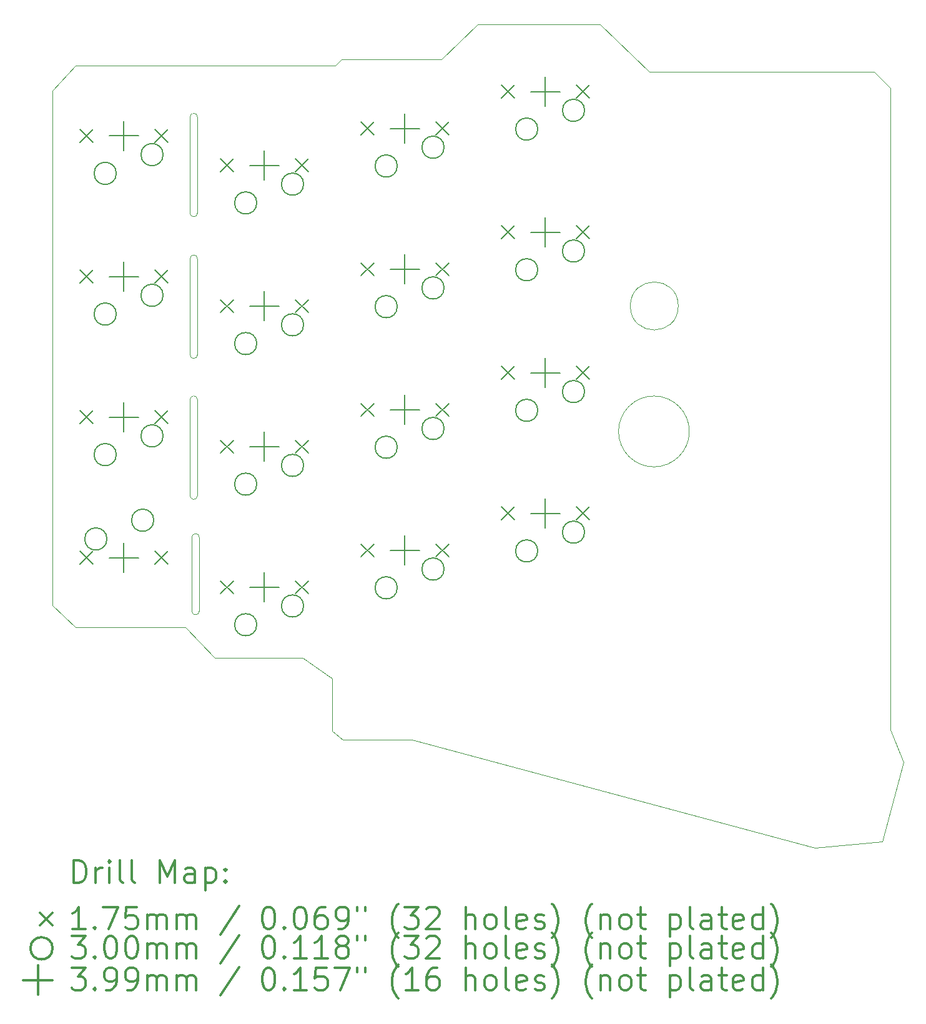
<source format=gbr>
%FSLAX45Y45*%
G04 Gerber Fmt 4.5, Leading zero omitted, Abs format (unit mm)*
G04 Created by KiCad (PCBNEW (5.1.4)-1) date 2023-02-11 17:21:32*
%MOMM*%
%LPD*%
G04 APERTURE LIST*
%ADD10C,0.050000*%
%ADD11C,0.200000*%
%ADD12C,0.300000*%
G04 APERTURE END LIST*
D10*
X3385000Y-54164000D02*
X3385000Y-55466000D01*
X3285000Y-54164000D02*
G75*
G02X3385000Y-54164000I50000J0D01*
G01*
X3285000Y-54164000D02*
X3285000Y-55466000D01*
X3385000Y-51636000D02*
G75*
G02X3285000Y-51636000I-50000J0D01*
G01*
X3285000Y-50334000D02*
X3285000Y-51636000D01*
X3285000Y-52254000D02*
X3285000Y-53556000D01*
X3385000Y-52254000D02*
X3385000Y-53556000D01*
X3285000Y-50334000D02*
G75*
G02X3385000Y-50334000I50000J0D01*
G01*
X3385000Y-53556000D02*
G75*
G02X3285000Y-53556000I-50000J0D01*
G01*
X3285000Y-52254000D02*
G75*
G02X3385000Y-52254000I50000J0D01*
G01*
X3385000Y-55466000D02*
G75*
G02X3285000Y-55466000I-50000J0D01*
G01*
X3385000Y-50334000D02*
X3385000Y-51636000D01*
X3410000Y-57030000D02*
G75*
G02X3310000Y-57030000I-50000J0D01*
G01*
X3310000Y-56030000D02*
G75*
G02X3410000Y-56030000I50000J0D01*
G01*
X3410000Y-56030000D02*
X3410000Y-57030000D01*
X3310000Y-56030000D02*
X3310000Y-57030000D01*
X1423279Y-56951295D02*
X1423279Y-49976295D01*
X12781480Y-49941016D02*
X12783421Y-58633812D01*
X5213279Y-57941295D02*
X4813279Y-57666295D01*
X1913279Y-57251295D02*
X1733279Y-57251295D01*
X1733279Y-49636295D02*
X1913279Y-49636295D01*
X10055000Y-54595000D02*
G75*
G03X10055000Y-54595000I-480000J0D01*
G01*
X9905000Y-52895000D02*
G75*
G03X9905000Y-52895000I-325000J0D01*
G01*
X5213279Y-57941295D02*
X5213279Y-58651295D01*
X6273279Y-58771295D02*
X6293279Y-58771295D01*
X12675419Y-60155040D02*
X11753279Y-60241295D01*
X12675419Y-60155040D02*
X12963232Y-59078860D01*
X3618279Y-57666295D02*
X3223279Y-57251295D01*
X12783421Y-58633812D02*
X12963232Y-59078860D01*
X6693279Y-49551295D02*
X7188279Y-49076295D01*
X5338279Y-49551295D02*
X5253279Y-49636295D01*
X12781480Y-49941016D02*
X12563279Y-49726295D01*
X8843279Y-49076295D02*
X7188279Y-49076295D01*
X3203279Y-57251295D02*
X3223279Y-57251295D01*
X9513279Y-49726295D02*
X12563279Y-49726295D01*
X1423279Y-56951295D02*
X1733279Y-57251295D01*
X8843279Y-49076295D02*
X9513279Y-49726295D01*
X6693279Y-49551295D02*
X5338279Y-49551295D01*
X3203279Y-57251295D02*
X1913279Y-57251295D01*
X3618279Y-57666295D02*
X4813279Y-57666295D01*
X5213279Y-58651295D02*
X5353279Y-58771295D01*
X6273279Y-58771295D02*
X5353279Y-58771295D01*
X1733279Y-49636295D02*
X1423279Y-49976295D01*
X11753279Y-60241295D02*
X6293279Y-58771295D01*
X1913279Y-49636295D02*
X5253279Y-49636295D01*
D11*
X8523779Y-51808795D02*
X8698779Y-51983795D01*
X8698779Y-51808795D02*
X8523779Y-51983795D01*
X6618779Y-54213795D02*
X6793779Y-54388795D01*
X6793779Y-54213795D02*
X6618779Y-54388795D01*
X5602779Y-50402500D02*
X5777779Y-50577500D01*
X5777779Y-50402500D02*
X5602779Y-50577500D01*
X6618779Y-50402500D02*
X6793779Y-50577500D01*
X6793779Y-50402500D02*
X6618779Y-50577500D01*
X7507779Y-49902500D02*
X7682779Y-50077500D01*
X7682779Y-49902500D02*
X7507779Y-50077500D01*
X8523779Y-49902500D02*
X8698779Y-50077500D01*
X8698779Y-49902500D02*
X8523779Y-50077500D01*
X5602779Y-52308795D02*
X5777779Y-52483795D01*
X5777779Y-52308795D02*
X5602779Y-52483795D01*
X6618779Y-52308795D02*
X6793779Y-52483795D01*
X6793779Y-52308795D02*
X6618779Y-52483795D01*
X3697779Y-54713795D02*
X3872779Y-54888795D01*
X3872779Y-54713795D02*
X3697779Y-54888795D01*
X4713779Y-54713795D02*
X4888779Y-54888795D01*
X4888779Y-54713795D02*
X4713779Y-54888795D01*
X1792779Y-54313795D02*
X1967779Y-54488795D01*
X1967779Y-54313795D02*
X1792779Y-54488795D01*
X2808779Y-54313795D02*
X2983779Y-54488795D01*
X2983779Y-54313795D02*
X2808779Y-54488795D01*
X3697779Y-52808795D02*
X3872779Y-52983795D01*
X3872779Y-52808795D02*
X3697779Y-52983795D01*
X4713779Y-52808795D02*
X4888779Y-52983795D01*
X4888779Y-52808795D02*
X4713779Y-52983795D01*
X5602779Y-56118795D02*
X5777779Y-56293795D01*
X5777779Y-56118795D02*
X5602779Y-56293795D01*
X6618779Y-56118795D02*
X6793779Y-56293795D01*
X6793779Y-56118795D02*
X6618779Y-56293795D01*
X1792779Y-50502500D02*
X1967779Y-50677500D01*
X1967779Y-50502500D02*
X1792779Y-50677500D01*
X2808779Y-50502500D02*
X2983779Y-50677500D01*
X2983779Y-50502500D02*
X2808779Y-50677500D01*
X1792779Y-56218795D02*
X1967779Y-56393795D01*
X1967779Y-56218795D02*
X1792779Y-56393795D01*
X2808779Y-56218795D02*
X2983779Y-56393795D01*
X2983779Y-56218795D02*
X2808779Y-56393795D01*
X7507779Y-53713795D02*
X7682779Y-53888795D01*
X7682779Y-53713795D02*
X7507779Y-53888795D01*
X8523779Y-53713795D02*
X8698779Y-53888795D01*
X8698779Y-53713795D02*
X8523779Y-53888795D01*
X3697779Y-56618795D02*
X3872779Y-56793795D01*
X3872779Y-56618795D02*
X3697779Y-56793795D01*
X4713779Y-56618795D02*
X4888779Y-56793795D01*
X4888779Y-56618795D02*
X4713779Y-56793795D01*
X3697779Y-50902500D02*
X3872779Y-51077500D01*
X3872779Y-50902500D02*
X3697779Y-51077500D01*
X4713779Y-50902500D02*
X4888779Y-51077500D01*
X4888779Y-50902500D02*
X4713779Y-51077500D01*
X7507779Y-51808795D02*
X7682779Y-51983795D01*
X7682779Y-51808795D02*
X7507779Y-51983795D01*
X5602779Y-54213795D02*
X5777779Y-54388795D01*
X5777779Y-54213795D02*
X5602779Y-54388795D01*
X1792779Y-52408795D02*
X1967779Y-52583795D01*
X1967779Y-52408795D02*
X1792779Y-52583795D01*
X2808779Y-52408795D02*
X2983779Y-52583795D01*
X2983779Y-52408795D02*
X2808779Y-52583795D01*
X7507779Y-55618795D02*
X7682779Y-55793795D01*
X7682779Y-55618795D02*
X7507779Y-55793795D01*
X8523779Y-55618795D02*
X8698779Y-55793795D01*
X8698779Y-55618795D02*
X8523779Y-55793795D01*
X4189279Y-53404295D02*
G75*
G03X4189279Y-53404295I-150000J0D01*
G01*
X4824279Y-53150295D02*
G75*
G03X4824279Y-53150295I-150000J0D01*
G01*
X6094279Y-56714295D02*
G75*
G03X6094279Y-56714295I-150000J0D01*
G01*
X6729279Y-56460295D02*
G75*
G03X6729279Y-56460295I-150000J0D01*
G01*
X2284279Y-51098000D02*
G75*
G03X2284279Y-51098000I-150000J0D01*
G01*
X2919279Y-50844000D02*
G75*
G03X2919279Y-50844000I-150000J0D01*
G01*
X2157279Y-56052295D02*
G75*
G03X2157279Y-56052295I-150000J0D01*
G01*
X2792279Y-55798295D02*
G75*
G03X2792279Y-55798295I-150000J0D01*
G01*
X7999279Y-54309295D02*
G75*
G03X7999279Y-54309295I-150000J0D01*
G01*
X8634279Y-54055295D02*
G75*
G03X8634279Y-54055295I-150000J0D01*
G01*
X4189279Y-57214295D02*
G75*
G03X4189279Y-57214295I-150000J0D01*
G01*
X4824279Y-56960295D02*
G75*
G03X4824279Y-56960295I-150000J0D01*
G01*
X4189279Y-51498000D02*
G75*
G03X4189279Y-51498000I-150000J0D01*
G01*
X4824279Y-51244000D02*
G75*
G03X4824279Y-51244000I-150000J0D01*
G01*
X7999279Y-52404295D02*
G75*
G03X7999279Y-52404295I-150000J0D01*
G01*
X8634279Y-52150295D02*
G75*
G03X8634279Y-52150295I-150000J0D01*
G01*
X6094279Y-54809295D02*
G75*
G03X6094279Y-54809295I-150000J0D01*
G01*
X6729279Y-54555295D02*
G75*
G03X6729279Y-54555295I-150000J0D01*
G01*
X2284279Y-53004295D02*
G75*
G03X2284279Y-53004295I-150000J0D01*
G01*
X2919279Y-52750295D02*
G75*
G03X2919279Y-52750295I-150000J0D01*
G01*
X7999279Y-56214295D02*
G75*
G03X7999279Y-56214295I-150000J0D01*
G01*
X8634279Y-55960295D02*
G75*
G03X8634279Y-55960295I-150000J0D01*
G01*
X6094279Y-50998000D02*
G75*
G03X6094279Y-50998000I-150000J0D01*
G01*
X6729279Y-50744000D02*
G75*
G03X6729279Y-50744000I-150000J0D01*
G01*
X7999279Y-50498000D02*
G75*
G03X7999279Y-50498000I-150000J0D01*
G01*
X8634279Y-50244000D02*
G75*
G03X8634279Y-50244000I-150000J0D01*
G01*
X6094279Y-52904295D02*
G75*
G03X6094279Y-52904295I-150000J0D01*
G01*
X6729279Y-52650295D02*
G75*
G03X6729279Y-52650295I-150000J0D01*
G01*
X4189279Y-55309295D02*
G75*
G03X4189279Y-55309295I-150000J0D01*
G01*
X4824279Y-55055295D02*
G75*
G03X4824279Y-55055295I-150000J0D01*
G01*
X2284279Y-54909295D02*
G75*
G03X2284279Y-54909295I-150000J0D01*
G01*
X2919279Y-54655295D02*
G75*
G03X2919279Y-54655295I-150000J0D01*
G01*
X6198279Y-50290610D02*
X6198279Y-50689390D01*
X5998889Y-50490000D02*
X6397669Y-50490000D01*
X8103279Y-49790610D02*
X8103279Y-50189390D01*
X7903889Y-49990000D02*
X8302669Y-49990000D01*
X6198279Y-52196905D02*
X6198279Y-52595685D01*
X5998889Y-52396295D02*
X6397669Y-52396295D01*
X4293279Y-54601905D02*
X4293279Y-55000685D01*
X4093889Y-54801295D02*
X4492669Y-54801295D01*
X2388279Y-54201905D02*
X2388279Y-54600685D01*
X2188889Y-54401295D02*
X2587669Y-54401295D01*
X4293279Y-52696905D02*
X4293279Y-53095685D01*
X4093889Y-52896295D02*
X4492669Y-52896295D01*
X6198279Y-56006905D02*
X6198279Y-56405685D01*
X5998889Y-56206295D02*
X6397669Y-56206295D01*
X2388279Y-50390610D02*
X2388279Y-50789390D01*
X2188889Y-50590000D02*
X2587669Y-50590000D01*
X2388279Y-56106905D02*
X2388279Y-56505685D01*
X2188889Y-56306295D02*
X2587669Y-56306295D01*
X8103279Y-53601905D02*
X8103279Y-54000685D01*
X7903889Y-53801295D02*
X8302669Y-53801295D01*
X4293279Y-56506905D02*
X4293279Y-56905685D01*
X4093889Y-56706295D02*
X4492669Y-56706295D01*
X4293279Y-50790610D02*
X4293279Y-51189390D01*
X4093889Y-50990000D02*
X4492669Y-50990000D01*
X8103279Y-51696905D02*
X8103279Y-52095685D01*
X7903889Y-51896295D02*
X8302669Y-51896295D01*
X6198279Y-54101905D02*
X6198279Y-54500685D01*
X5998889Y-54301295D02*
X6397669Y-54301295D01*
X2388279Y-52296905D02*
X2388279Y-52695685D01*
X2188889Y-52496295D02*
X2587669Y-52496295D01*
X8103279Y-55506905D02*
X8103279Y-55905685D01*
X7903889Y-55706295D02*
X8302669Y-55706295D01*
D12*
X1707207Y-60709509D02*
X1707207Y-60409509D01*
X1778636Y-60409509D01*
X1821493Y-60423795D01*
X1850064Y-60452367D01*
X1864350Y-60480938D01*
X1878636Y-60538081D01*
X1878636Y-60580938D01*
X1864350Y-60638081D01*
X1850064Y-60666652D01*
X1821493Y-60695224D01*
X1778636Y-60709509D01*
X1707207Y-60709509D01*
X2007207Y-60709509D02*
X2007207Y-60509509D01*
X2007207Y-60566652D02*
X2021493Y-60538081D01*
X2035779Y-60523795D01*
X2064350Y-60509509D01*
X2092922Y-60509509D01*
X2192922Y-60709509D02*
X2192922Y-60509509D01*
X2192922Y-60409509D02*
X2178636Y-60423795D01*
X2192922Y-60438081D01*
X2207207Y-60423795D01*
X2192922Y-60409509D01*
X2192922Y-60438081D01*
X2378636Y-60709509D02*
X2350065Y-60695224D01*
X2335779Y-60666652D01*
X2335779Y-60409509D01*
X2535779Y-60709509D02*
X2507207Y-60695224D01*
X2492922Y-60666652D01*
X2492922Y-60409509D01*
X2878636Y-60709509D02*
X2878636Y-60409509D01*
X2978636Y-60623795D01*
X3078636Y-60409509D01*
X3078636Y-60709509D01*
X3350064Y-60709509D02*
X3350064Y-60552367D01*
X3335779Y-60523795D01*
X3307207Y-60509509D01*
X3250064Y-60509509D01*
X3221493Y-60523795D01*
X3350064Y-60695224D02*
X3321493Y-60709509D01*
X3250064Y-60709509D01*
X3221493Y-60695224D01*
X3207207Y-60666652D01*
X3207207Y-60638081D01*
X3221493Y-60609509D01*
X3250064Y-60595224D01*
X3321493Y-60595224D01*
X3350064Y-60580938D01*
X3492922Y-60509509D02*
X3492922Y-60809509D01*
X3492922Y-60523795D02*
X3521493Y-60509509D01*
X3578636Y-60509509D01*
X3607207Y-60523795D01*
X3621493Y-60538081D01*
X3635779Y-60566652D01*
X3635779Y-60652367D01*
X3621493Y-60680938D01*
X3607207Y-60695224D01*
X3578636Y-60709509D01*
X3521493Y-60709509D01*
X3492922Y-60695224D01*
X3764350Y-60680938D02*
X3778636Y-60695224D01*
X3764350Y-60709509D01*
X3750064Y-60695224D01*
X3764350Y-60680938D01*
X3764350Y-60709509D01*
X3764350Y-60523795D02*
X3778636Y-60538081D01*
X3764350Y-60552367D01*
X3750064Y-60538081D01*
X3764350Y-60523795D01*
X3764350Y-60552367D01*
X1245779Y-61116295D02*
X1420779Y-61291295D01*
X1420779Y-61116295D02*
X1245779Y-61291295D01*
X1864350Y-61339509D02*
X1692922Y-61339509D01*
X1778636Y-61339509D02*
X1778636Y-61039509D01*
X1750064Y-61082367D01*
X1721493Y-61110938D01*
X1692922Y-61125224D01*
X1992922Y-61310938D02*
X2007207Y-61325224D01*
X1992922Y-61339509D01*
X1978636Y-61325224D01*
X1992922Y-61310938D01*
X1992922Y-61339509D01*
X2107207Y-61039509D02*
X2307207Y-61039509D01*
X2178636Y-61339509D01*
X2564350Y-61039509D02*
X2421493Y-61039509D01*
X2407207Y-61182367D01*
X2421493Y-61168081D01*
X2450065Y-61153795D01*
X2521493Y-61153795D01*
X2550065Y-61168081D01*
X2564350Y-61182367D01*
X2578636Y-61210938D01*
X2578636Y-61282367D01*
X2564350Y-61310938D01*
X2550065Y-61325224D01*
X2521493Y-61339509D01*
X2450065Y-61339509D01*
X2421493Y-61325224D01*
X2407207Y-61310938D01*
X2707207Y-61339509D02*
X2707207Y-61139509D01*
X2707207Y-61168081D02*
X2721493Y-61153795D01*
X2750065Y-61139509D01*
X2792922Y-61139509D01*
X2821493Y-61153795D01*
X2835779Y-61182367D01*
X2835779Y-61339509D01*
X2835779Y-61182367D02*
X2850064Y-61153795D01*
X2878636Y-61139509D01*
X2921493Y-61139509D01*
X2950064Y-61153795D01*
X2964350Y-61182367D01*
X2964350Y-61339509D01*
X3107207Y-61339509D02*
X3107207Y-61139509D01*
X3107207Y-61168081D02*
X3121493Y-61153795D01*
X3150064Y-61139509D01*
X3192922Y-61139509D01*
X3221493Y-61153795D01*
X3235779Y-61182367D01*
X3235779Y-61339509D01*
X3235779Y-61182367D02*
X3250064Y-61153795D01*
X3278636Y-61139509D01*
X3321493Y-61139509D01*
X3350064Y-61153795D01*
X3364350Y-61182367D01*
X3364350Y-61339509D01*
X3950064Y-61025224D02*
X3692922Y-61410938D01*
X4335779Y-61039509D02*
X4364350Y-61039509D01*
X4392922Y-61053795D01*
X4407207Y-61068081D01*
X4421493Y-61096652D01*
X4435779Y-61153795D01*
X4435779Y-61225224D01*
X4421493Y-61282367D01*
X4407207Y-61310938D01*
X4392922Y-61325224D01*
X4364350Y-61339509D01*
X4335779Y-61339509D01*
X4307207Y-61325224D01*
X4292922Y-61310938D01*
X4278636Y-61282367D01*
X4264350Y-61225224D01*
X4264350Y-61153795D01*
X4278636Y-61096652D01*
X4292922Y-61068081D01*
X4307207Y-61053795D01*
X4335779Y-61039509D01*
X4564350Y-61310938D02*
X4578636Y-61325224D01*
X4564350Y-61339509D01*
X4550065Y-61325224D01*
X4564350Y-61310938D01*
X4564350Y-61339509D01*
X4764350Y-61039509D02*
X4792922Y-61039509D01*
X4821493Y-61053795D01*
X4835779Y-61068081D01*
X4850065Y-61096652D01*
X4864350Y-61153795D01*
X4864350Y-61225224D01*
X4850065Y-61282367D01*
X4835779Y-61310938D01*
X4821493Y-61325224D01*
X4792922Y-61339509D01*
X4764350Y-61339509D01*
X4735779Y-61325224D01*
X4721493Y-61310938D01*
X4707207Y-61282367D01*
X4692922Y-61225224D01*
X4692922Y-61153795D01*
X4707207Y-61096652D01*
X4721493Y-61068081D01*
X4735779Y-61053795D01*
X4764350Y-61039509D01*
X5121493Y-61039509D02*
X5064350Y-61039509D01*
X5035779Y-61053795D01*
X5021493Y-61068081D01*
X4992922Y-61110938D01*
X4978636Y-61168081D01*
X4978636Y-61282367D01*
X4992922Y-61310938D01*
X5007207Y-61325224D01*
X5035779Y-61339509D01*
X5092922Y-61339509D01*
X5121493Y-61325224D01*
X5135779Y-61310938D01*
X5150065Y-61282367D01*
X5150065Y-61210938D01*
X5135779Y-61182367D01*
X5121493Y-61168081D01*
X5092922Y-61153795D01*
X5035779Y-61153795D01*
X5007207Y-61168081D01*
X4992922Y-61182367D01*
X4978636Y-61210938D01*
X5292922Y-61339509D02*
X5350065Y-61339509D01*
X5378636Y-61325224D01*
X5392922Y-61310938D01*
X5421493Y-61268081D01*
X5435779Y-61210938D01*
X5435779Y-61096652D01*
X5421493Y-61068081D01*
X5407207Y-61053795D01*
X5378636Y-61039509D01*
X5321493Y-61039509D01*
X5292922Y-61053795D01*
X5278636Y-61068081D01*
X5264350Y-61096652D01*
X5264350Y-61168081D01*
X5278636Y-61196652D01*
X5292922Y-61210938D01*
X5321493Y-61225224D01*
X5378636Y-61225224D01*
X5407207Y-61210938D01*
X5421493Y-61196652D01*
X5435779Y-61168081D01*
X5550065Y-61039509D02*
X5550065Y-61096652D01*
X5664350Y-61039509D02*
X5664350Y-61096652D01*
X6107207Y-61453795D02*
X6092922Y-61439509D01*
X6064350Y-61396652D01*
X6050064Y-61368081D01*
X6035779Y-61325224D01*
X6021493Y-61253795D01*
X6021493Y-61196652D01*
X6035779Y-61125224D01*
X6050064Y-61082367D01*
X6064350Y-61053795D01*
X6092922Y-61010938D01*
X6107207Y-60996652D01*
X6192922Y-61039509D02*
X6378636Y-61039509D01*
X6278636Y-61153795D01*
X6321493Y-61153795D01*
X6350064Y-61168081D01*
X6364350Y-61182367D01*
X6378636Y-61210938D01*
X6378636Y-61282367D01*
X6364350Y-61310938D01*
X6350064Y-61325224D01*
X6321493Y-61339509D01*
X6235779Y-61339509D01*
X6207207Y-61325224D01*
X6192922Y-61310938D01*
X6492922Y-61068081D02*
X6507207Y-61053795D01*
X6535779Y-61039509D01*
X6607207Y-61039509D01*
X6635779Y-61053795D01*
X6650064Y-61068081D01*
X6664350Y-61096652D01*
X6664350Y-61125224D01*
X6650064Y-61168081D01*
X6478636Y-61339509D01*
X6664350Y-61339509D01*
X7021493Y-61339509D02*
X7021493Y-61039509D01*
X7150064Y-61339509D02*
X7150064Y-61182367D01*
X7135779Y-61153795D01*
X7107207Y-61139509D01*
X7064350Y-61139509D01*
X7035779Y-61153795D01*
X7021493Y-61168081D01*
X7335779Y-61339509D02*
X7307207Y-61325224D01*
X7292922Y-61310938D01*
X7278636Y-61282367D01*
X7278636Y-61196652D01*
X7292922Y-61168081D01*
X7307207Y-61153795D01*
X7335779Y-61139509D01*
X7378636Y-61139509D01*
X7407207Y-61153795D01*
X7421493Y-61168081D01*
X7435779Y-61196652D01*
X7435779Y-61282367D01*
X7421493Y-61310938D01*
X7407207Y-61325224D01*
X7378636Y-61339509D01*
X7335779Y-61339509D01*
X7607207Y-61339509D02*
X7578636Y-61325224D01*
X7564350Y-61296652D01*
X7564350Y-61039509D01*
X7835779Y-61325224D02*
X7807207Y-61339509D01*
X7750064Y-61339509D01*
X7721493Y-61325224D01*
X7707207Y-61296652D01*
X7707207Y-61182367D01*
X7721493Y-61153795D01*
X7750064Y-61139509D01*
X7807207Y-61139509D01*
X7835779Y-61153795D01*
X7850064Y-61182367D01*
X7850064Y-61210938D01*
X7707207Y-61239509D01*
X7964350Y-61325224D02*
X7992922Y-61339509D01*
X8050064Y-61339509D01*
X8078636Y-61325224D01*
X8092922Y-61296652D01*
X8092922Y-61282367D01*
X8078636Y-61253795D01*
X8050064Y-61239509D01*
X8007207Y-61239509D01*
X7978636Y-61225224D01*
X7964350Y-61196652D01*
X7964350Y-61182367D01*
X7978636Y-61153795D01*
X8007207Y-61139509D01*
X8050064Y-61139509D01*
X8078636Y-61153795D01*
X8192922Y-61453795D02*
X8207207Y-61439509D01*
X8235779Y-61396652D01*
X8250064Y-61368081D01*
X8264350Y-61325224D01*
X8278636Y-61253795D01*
X8278636Y-61196652D01*
X8264350Y-61125224D01*
X8250064Y-61082367D01*
X8235779Y-61053795D01*
X8207207Y-61010938D01*
X8192922Y-60996652D01*
X8735779Y-61453795D02*
X8721493Y-61439509D01*
X8692922Y-61396652D01*
X8678636Y-61368081D01*
X8664350Y-61325224D01*
X8650065Y-61253795D01*
X8650065Y-61196652D01*
X8664350Y-61125224D01*
X8678636Y-61082367D01*
X8692922Y-61053795D01*
X8721493Y-61010938D01*
X8735779Y-60996652D01*
X8850065Y-61139509D02*
X8850065Y-61339509D01*
X8850065Y-61168081D02*
X8864350Y-61153795D01*
X8892922Y-61139509D01*
X8935779Y-61139509D01*
X8964350Y-61153795D01*
X8978636Y-61182367D01*
X8978636Y-61339509D01*
X9164350Y-61339509D02*
X9135779Y-61325224D01*
X9121493Y-61310938D01*
X9107207Y-61282367D01*
X9107207Y-61196652D01*
X9121493Y-61168081D01*
X9135779Y-61153795D01*
X9164350Y-61139509D01*
X9207207Y-61139509D01*
X9235779Y-61153795D01*
X9250065Y-61168081D01*
X9264350Y-61196652D01*
X9264350Y-61282367D01*
X9250065Y-61310938D01*
X9235779Y-61325224D01*
X9207207Y-61339509D01*
X9164350Y-61339509D01*
X9350065Y-61139509D02*
X9464350Y-61139509D01*
X9392922Y-61039509D02*
X9392922Y-61296652D01*
X9407207Y-61325224D01*
X9435779Y-61339509D01*
X9464350Y-61339509D01*
X9792922Y-61139509D02*
X9792922Y-61439509D01*
X9792922Y-61153795D02*
X9821493Y-61139509D01*
X9878636Y-61139509D01*
X9907207Y-61153795D01*
X9921493Y-61168081D01*
X9935779Y-61196652D01*
X9935779Y-61282367D01*
X9921493Y-61310938D01*
X9907207Y-61325224D01*
X9878636Y-61339509D01*
X9821493Y-61339509D01*
X9792922Y-61325224D01*
X10107207Y-61339509D02*
X10078636Y-61325224D01*
X10064350Y-61296652D01*
X10064350Y-61039509D01*
X10350065Y-61339509D02*
X10350065Y-61182367D01*
X10335779Y-61153795D01*
X10307207Y-61139509D01*
X10250065Y-61139509D01*
X10221493Y-61153795D01*
X10350065Y-61325224D02*
X10321493Y-61339509D01*
X10250065Y-61339509D01*
X10221493Y-61325224D01*
X10207207Y-61296652D01*
X10207207Y-61268081D01*
X10221493Y-61239509D01*
X10250065Y-61225224D01*
X10321493Y-61225224D01*
X10350065Y-61210938D01*
X10450065Y-61139509D02*
X10564350Y-61139509D01*
X10492922Y-61039509D02*
X10492922Y-61296652D01*
X10507207Y-61325224D01*
X10535779Y-61339509D01*
X10564350Y-61339509D01*
X10778636Y-61325224D02*
X10750065Y-61339509D01*
X10692922Y-61339509D01*
X10664350Y-61325224D01*
X10650065Y-61296652D01*
X10650065Y-61182367D01*
X10664350Y-61153795D01*
X10692922Y-61139509D01*
X10750065Y-61139509D01*
X10778636Y-61153795D01*
X10792922Y-61182367D01*
X10792922Y-61210938D01*
X10650065Y-61239509D01*
X11050065Y-61339509D02*
X11050065Y-61039509D01*
X11050065Y-61325224D02*
X11021493Y-61339509D01*
X10964350Y-61339509D01*
X10935779Y-61325224D01*
X10921493Y-61310938D01*
X10907207Y-61282367D01*
X10907207Y-61196652D01*
X10921493Y-61168081D01*
X10935779Y-61153795D01*
X10964350Y-61139509D01*
X11021493Y-61139509D01*
X11050065Y-61153795D01*
X11164350Y-61453795D02*
X11178636Y-61439509D01*
X11207207Y-61396652D01*
X11221493Y-61368081D01*
X11235779Y-61325224D01*
X11250064Y-61253795D01*
X11250064Y-61196652D01*
X11235779Y-61125224D01*
X11221493Y-61082367D01*
X11207207Y-61053795D01*
X11178636Y-61010938D01*
X11164350Y-60996652D01*
X1420779Y-61599795D02*
G75*
G03X1420779Y-61599795I-150000J0D01*
G01*
X1678636Y-61435509D02*
X1864350Y-61435509D01*
X1764350Y-61549795D01*
X1807207Y-61549795D01*
X1835779Y-61564081D01*
X1850064Y-61578367D01*
X1864350Y-61606938D01*
X1864350Y-61678367D01*
X1850064Y-61706938D01*
X1835779Y-61721224D01*
X1807207Y-61735509D01*
X1721493Y-61735509D01*
X1692922Y-61721224D01*
X1678636Y-61706938D01*
X1992922Y-61706938D02*
X2007207Y-61721224D01*
X1992922Y-61735509D01*
X1978636Y-61721224D01*
X1992922Y-61706938D01*
X1992922Y-61735509D01*
X2192922Y-61435509D02*
X2221493Y-61435509D01*
X2250065Y-61449795D01*
X2264350Y-61464081D01*
X2278636Y-61492652D01*
X2292922Y-61549795D01*
X2292922Y-61621224D01*
X2278636Y-61678367D01*
X2264350Y-61706938D01*
X2250065Y-61721224D01*
X2221493Y-61735509D01*
X2192922Y-61735509D01*
X2164350Y-61721224D01*
X2150065Y-61706938D01*
X2135779Y-61678367D01*
X2121493Y-61621224D01*
X2121493Y-61549795D01*
X2135779Y-61492652D01*
X2150065Y-61464081D01*
X2164350Y-61449795D01*
X2192922Y-61435509D01*
X2478636Y-61435509D02*
X2507207Y-61435509D01*
X2535779Y-61449795D01*
X2550065Y-61464081D01*
X2564350Y-61492652D01*
X2578636Y-61549795D01*
X2578636Y-61621224D01*
X2564350Y-61678367D01*
X2550065Y-61706938D01*
X2535779Y-61721224D01*
X2507207Y-61735509D01*
X2478636Y-61735509D01*
X2450065Y-61721224D01*
X2435779Y-61706938D01*
X2421493Y-61678367D01*
X2407207Y-61621224D01*
X2407207Y-61549795D01*
X2421493Y-61492652D01*
X2435779Y-61464081D01*
X2450065Y-61449795D01*
X2478636Y-61435509D01*
X2707207Y-61735509D02*
X2707207Y-61535509D01*
X2707207Y-61564081D02*
X2721493Y-61549795D01*
X2750065Y-61535509D01*
X2792922Y-61535509D01*
X2821493Y-61549795D01*
X2835779Y-61578367D01*
X2835779Y-61735509D01*
X2835779Y-61578367D02*
X2850064Y-61549795D01*
X2878636Y-61535509D01*
X2921493Y-61535509D01*
X2950064Y-61549795D01*
X2964350Y-61578367D01*
X2964350Y-61735509D01*
X3107207Y-61735509D02*
X3107207Y-61535509D01*
X3107207Y-61564081D02*
X3121493Y-61549795D01*
X3150064Y-61535509D01*
X3192922Y-61535509D01*
X3221493Y-61549795D01*
X3235779Y-61578367D01*
X3235779Y-61735509D01*
X3235779Y-61578367D02*
X3250064Y-61549795D01*
X3278636Y-61535509D01*
X3321493Y-61535509D01*
X3350064Y-61549795D01*
X3364350Y-61578367D01*
X3364350Y-61735509D01*
X3950064Y-61421224D02*
X3692922Y-61806938D01*
X4335779Y-61435509D02*
X4364350Y-61435509D01*
X4392922Y-61449795D01*
X4407207Y-61464081D01*
X4421493Y-61492652D01*
X4435779Y-61549795D01*
X4435779Y-61621224D01*
X4421493Y-61678367D01*
X4407207Y-61706938D01*
X4392922Y-61721224D01*
X4364350Y-61735509D01*
X4335779Y-61735509D01*
X4307207Y-61721224D01*
X4292922Y-61706938D01*
X4278636Y-61678367D01*
X4264350Y-61621224D01*
X4264350Y-61549795D01*
X4278636Y-61492652D01*
X4292922Y-61464081D01*
X4307207Y-61449795D01*
X4335779Y-61435509D01*
X4564350Y-61706938D02*
X4578636Y-61721224D01*
X4564350Y-61735509D01*
X4550065Y-61721224D01*
X4564350Y-61706938D01*
X4564350Y-61735509D01*
X4864350Y-61735509D02*
X4692922Y-61735509D01*
X4778636Y-61735509D02*
X4778636Y-61435509D01*
X4750065Y-61478367D01*
X4721493Y-61506938D01*
X4692922Y-61521224D01*
X5150065Y-61735509D02*
X4978636Y-61735509D01*
X5064350Y-61735509D02*
X5064350Y-61435509D01*
X5035779Y-61478367D01*
X5007207Y-61506938D01*
X4978636Y-61521224D01*
X5321493Y-61564081D02*
X5292922Y-61549795D01*
X5278636Y-61535509D01*
X5264350Y-61506938D01*
X5264350Y-61492652D01*
X5278636Y-61464081D01*
X5292922Y-61449795D01*
X5321493Y-61435509D01*
X5378636Y-61435509D01*
X5407207Y-61449795D01*
X5421493Y-61464081D01*
X5435779Y-61492652D01*
X5435779Y-61506938D01*
X5421493Y-61535509D01*
X5407207Y-61549795D01*
X5378636Y-61564081D01*
X5321493Y-61564081D01*
X5292922Y-61578367D01*
X5278636Y-61592652D01*
X5264350Y-61621224D01*
X5264350Y-61678367D01*
X5278636Y-61706938D01*
X5292922Y-61721224D01*
X5321493Y-61735509D01*
X5378636Y-61735509D01*
X5407207Y-61721224D01*
X5421493Y-61706938D01*
X5435779Y-61678367D01*
X5435779Y-61621224D01*
X5421493Y-61592652D01*
X5407207Y-61578367D01*
X5378636Y-61564081D01*
X5550065Y-61435509D02*
X5550065Y-61492652D01*
X5664350Y-61435509D02*
X5664350Y-61492652D01*
X6107207Y-61849795D02*
X6092922Y-61835509D01*
X6064350Y-61792652D01*
X6050064Y-61764081D01*
X6035779Y-61721224D01*
X6021493Y-61649795D01*
X6021493Y-61592652D01*
X6035779Y-61521224D01*
X6050064Y-61478367D01*
X6064350Y-61449795D01*
X6092922Y-61406938D01*
X6107207Y-61392652D01*
X6192922Y-61435509D02*
X6378636Y-61435509D01*
X6278636Y-61549795D01*
X6321493Y-61549795D01*
X6350064Y-61564081D01*
X6364350Y-61578367D01*
X6378636Y-61606938D01*
X6378636Y-61678367D01*
X6364350Y-61706938D01*
X6350064Y-61721224D01*
X6321493Y-61735509D01*
X6235779Y-61735509D01*
X6207207Y-61721224D01*
X6192922Y-61706938D01*
X6492922Y-61464081D02*
X6507207Y-61449795D01*
X6535779Y-61435509D01*
X6607207Y-61435509D01*
X6635779Y-61449795D01*
X6650064Y-61464081D01*
X6664350Y-61492652D01*
X6664350Y-61521224D01*
X6650064Y-61564081D01*
X6478636Y-61735509D01*
X6664350Y-61735509D01*
X7021493Y-61735509D02*
X7021493Y-61435509D01*
X7150064Y-61735509D02*
X7150064Y-61578367D01*
X7135779Y-61549795D01*
X7107207Y-61535509D01*
X7064350Y-61535509D01*
X7035779Y-61549795D01*
X7021493Y-61564081D01*
X7335779Y-61735509D02*
X7307207Y-61721224D01*
X7292922Y-61706938D01*
X7278636Y-61678367D01*
X7278636Y-61592652D01*
X7292922Y-61564081D01*
X7307207Y-61549795D01*
X7335779Y-61535509D01*
X7378636Y-61535509D01*
X7407207Y-61549795D01*
X7421493Y-61564081D01*
X7435779Y-61592652D01*
X7435779Y-61678367D01*
X7421493Y-61706938D01*
X7407207Y-61721224D01*
X7378636Y-61735509D01*
X7335779Y-61735509D01*
X7607207Y-61735509D02*
X7578636Y-61721224D01*
X7564350Y-61692652D01*
X7564350Y-61435509D01*
X7835779Y-61721224D02*
X7807207Y-61735509D01*
X7750064Y-61735509D01*
X7721493Y-61721224D01*
X7707207Y-61692652D01*
X7707207Y-61578367D01*
X7721493Y-61549795D01*
X7750064Y-61535509D01*
X7807207Y-61535509D01*
X7835779Y-61549795D01*
X7850064Y-61578367D01*
X7850064Y-61606938D01*
X7707207Y-61635509D01*
X7964350Y-61721224D02*
X7992922Y-61735509D01*
X8050064Y-61735509D01*
X8078636Y-61721224D01*
X8092922Y-61692652D01*
X8092922Y-61678367D01*
X8078636Y-61649795D01*
X8050064Y-61635509D01*
X8007207Y-61635509D01*
X7978636Y-61621224D01*
X7964350Y-61592652D01*
X7964350Y-61578367D01*
X7978636Y-61549795D01*
X8007207Y-61535509D01*
X8050064Y-61535509D01*
X8078636Y-61549795D01*
X8192922Y-61849795D02*
X8207207Y-61835509D01*
X8235779Y-61792652D01*
X8250064Y-61764081D01*
X8264350Y-61721224D01*
X8278636Y-61649795D01*
X8278636Y-61592652D01*
X8264350Y-61521224D01*
X8250064Y-61478367D01*
X8235779Y-61449795D01*
X8207207Y-61406938D01*
X8192922Y-61392652D01*
X8735779Y-61849795D02*
X8721493Y-61835509D01*
X8692922Y-61792652D01*
X8678636Y-61764081D01*
X8664350Y-61721224D01*
X8650065Y-61649795D01*
X8650065Y-61592652D01*
X8664350Y-61521224D01*
X8678636Y-61478367D01*
X8692922Y-61449795D01*
X8721493Y-61406938D01*
X8735779Y-61392652D01*
X8850065Y-61535509D02*
X8850065Y-61735509D01*
X8850065Y-61564081D02*
X8864350Y-61549795D01*
X8892922Y-61535509D01*
X8935779Y-61535509D01*
X8964350Y-61549795D01*
X8978636Y-61578367D01*
X8978636Y-61735509D01*
X9164350Y-61735509D02*
X9135779Y-61721224D01*
X9121493Y-61706938D01*
X9107207Y-61678367D01*
X9107207Y-61592652D01*
X9121493Y-61564081D01*
X9135779Y-61549795D01*
X9164350Y-61535509D01*
X9207207Y-61535509D01*
X9235779Y-61549795D01*
X9250065Y-61564081D01*
X9264350Y-61592652D01*
X9264350Y-61678367D01*
X9250065Y-61706938D01*
X9235779Y-61721224D01*
X9207207Y-61735509D01*
X9164350Y-61735509D01*
X9350065Y-61535509D02*
X9464350Y-61535509D01*
X9392922Y-61435509D02*
X9392922Y-61692652D01*
X9407207Y-61721224D01*
X9435779Y-61735509D01*
X9464350Y-61735509D01*
X9792922Y-61535509D02*
X9792922Y-61835509D01*
X9792922Y-61549795D02*
X9821493Y-61535509D01*
X9878636Y-61535509D01*
X9907207Y-61549795D01*
X9921493Y-61564081D01*
X9935779Y-61592652D01*
X9935779Y-61678367D01*
X9921493Y-61706938D01*
X9907207Y-61721224D01*
X9878636Y-61735509D01*
X9821493Y-61735509D01*
X9792922Y-61721224D01*
X10107207Y-61735509D02*
X10078636Y-61721224D01*
X10064350Y-61692652D01*
X10064350Y-61435509D01*
X10350065Y-61735509D02*
X10350065Y-61578367D01*
X10335779Y-61549795D01*
X10307207Y-61535509D01*
X10250065Y-61535509D01*
X10221493Y-61549795D01*
X10350065Y-61721224D02*
X10321493Y-61735509D01*
X10250065Y-61735509D01*
X10221493Y-61721224D01*
X10207207Y-61692652D01*
X10207207Y-61664081D01*
X10221493Y-61635509D01*
X10250065Y-61621224D01*
X10321493Y-61621224D01*
X10350065Y-61606938D01*
X10450065Y-61535509D02*
X10564350Y-61535509D01*
X10492922Y-61435509D02*
X10492922Y-61692652D01*
X10507207Y-61721224D01*
X10535779Y-61735509D01*
X10564350Y-61735509D01*
X10778636Y-61721224D02*
X10750065Y-61735509D01*
X10692922Y-61735509D01*
X10664350Y-61721224D01*
X10650065Y-61692652D01*
X10650065Y-61578367D01*
X10664350Y-61549795D01*
X10692922Y-61535509D01*
X10750065Y-61535509D01*
X10778636Y-61549795D01*
X10792922Y-61578367D01*
X10792922Y-61606938D01*
X10650065Y-61635509D01*
X11050065Y-61735509D02*
X11050065Y-61435509D01*
X11050065Y-61721224D02*
X11021493Y-61735509D01*
X10964350Y-61735509D01*
X10935779Y-61721224D01*
X10921493Y-61706938D01*
X10907207Y-61678367D01*
X10907207Y-61592652D01*
X10921493Y-61564081D01*
X10935779Y-61549795D01*
X10964350Y-61535509D01*
X11021493Y-61535509D01*
X11050065Y-61549795D01*
X11164350Y-61849795D02*
X11178636Y-61835509D01*
X11207207Y-61792652D01*
X11221493Y-61764081D01*
X11235779Y-61721224D01*
X11250064Y-61649795D01*
X11250064Y-61592652D01*
X11235779Y-61521224D01*
X11221493Y-61478367D01*
X11207207Y-61449795D01*
X11178636Y-61406938D01*
X11164350Y-61392652D01*
X1221389Y-61830405D02*
X1221389Y-62229185D01*
X1021999Y-62029795D02*
X1420779Y-62029795D01*
X1678636Y-61865509D02*
X1864350Y-61865509D01*
X1764350Y-61979795D01*
X1807207Y-61979795D01*
X1835779Y-61994081D01*
X1850064Y-62008367D01*
X1864350Y-62036938D01*
X1864350Y-62108367D01*
X1850064Y-62136938D01*
X1835779Y-62151224D01*
X1807207Y-62165509D01*
X1721493Y-62165509D01*
X1692922Y-62151224D01*
X1678636Y-62136938D01*
X1992922Y-62136938D02*
X2007207Y-62151224D01*
X1992922Y-62165509D01*
X1978636Y-62151224D01*
X1992922Y-62136938D01*
X1992922Y-62165509D01*
X2150065Y-62165509D02*
X2207207Y-62165509D01*
X2235779Y-62151224D01*
X2250065Y-62136938D01*
X2278636Y-62094081D01*
X2292922Y-62036938D01*
X2292922Y-61922652D01*
X2278636Y-61894081D01*
X2264350Y-61879795D01*
X2235779Y-61865509D01*
X2178636Y-61865509D01*
X2150065Y-61879795D01*
X2135779Y-61894081D01*
X2121493Y-61922652D01*
X2121493Y-61994081D01*
X2135779Y-62022652D01*
X2150065Y-62036938D01*
X2178636Y-62051224D01*
X2235779Y-62051224D01*
X2264350Y-62036938D01*
X2278636Y-62022652D01*
X2292922Y-61994081D01*
X2435779Y-62165509D02*
X2492922Y-62165509D01*
X2521493Y-62151224D01*
X2535779Y-62136938D01*
X2564350Y-62094081D01*
X2578636Y-62036938D01*
X2578636Y-61922652D01*
X2564350Y-61894081D01*
X2550065Y-61879795D01*
X2521493Y-61865509D01*
X2464350Y-61865509D01*
X2435779Y-61879795D01*
X2421493Y-61894081D01*
X2407207Y-61922652D01*
X2407207Y-61994081D01*
X2421493Y-62022652D01*
X2435779Y-62036938D01*
X2464350Y-62051224D01*
X2521493Y-62051224D01*
X2550065Y-62036938D01*
X2564350Y-62022652D01*
X2578636Y-61994081D01*
X2707207Y-62165509D02*
X2707207Y-61965509D01*
X2707207Y-61994081D02*
X2721493Y-61979795D01*
X2750065Y-61965509D01*
X2792922Y-61965509D01*
X2821493Y-61979795D01*
X2835779Y-62008367D01*
X2835779Y-62165509D01*
X2835779Y-62008367D02*
X2850064Y-61979795D01*
X2878636Y-61965509D01*
X2921493Y-61965509D01*
X2950064Y-61979795D01*
X2964350Y-62008367D01*
X2964350Y-62165509D01*
X3107207Y-62165509D02*
X3107207Y-61965509D01*
X3107207Y-61994081D02*
X3121493Y-61979795D01*
X3150064Y-61965509D01*
X3192922Y-61965509D01*
X3221493Y-61979795D01*
X3235779Y-62008367D01*
X3235779Y-62165509D01*
X3235779Y-62008367D02*
X3250064Y-61979795D01*
X3278636Y-61965509D01*
X3321493Y-61965509D01*
X3350064Y-61979795D01*
X3364350Y-62008367D01*
X3364350Y-62165509D01*
X3950064Y-61851224D02*
X3692922Y-62236938D01*
X4335779Y-61865509D02*
X4364350Y-61865509D01*
X4392922Y-61879795D01*
X4407207Y-61894081D01*
X4421493Y-61922652D01*
X4435779Y-61979795D01*
X4435779Y-62051224D01*
X4421493Y-62108367D01*
X4407207Y-62136938D01*
X4392922Y-62151224D01*
X4364350Y-62165509D01*
X4335779Y-62165509D01*
X4307207Y-62151224D01*
X4292922Y-62136938D01*
X4278636Y-62108367D01*
X4264350Y-62051224D01*
X4264350Y-61979795D01*
X4278636Y-61922652D01*
X4292922Y-61894081D01*
X4307207Y-61879795D01*
X4335779Y-61865509D01*
X4564350Y-62136938D02*
X4578636Y-62151224D01*
X4564350Y-62165509D01*
X4550065Y-62151224D01*
X4564350Y-62136938D01*
X4564350Y-62165509D01*
X4864350Y-62165509D02*
X4692922Y-62165509D01*
X4778636Y-62165509D02*
X4778636Y-61865509D01*
X4750065Y-61908367D01*
X4721493Y-61936938D01*
X4692922Y-61951224D01*
X5135779Y-61865509D02*
X4992922Y-61865509D01*
X4978636Y-62008367D01*
X4992922Y-61994081D01*
X5021493Y-61979795D01*
X5092922Y-61979795D01*
X5121493Y-61994081D01*
X5135779Y-62008367D01*
X5150065Y-62036938D01*
X5150065Y-62108367D01*
X5135779Y-62136938D01*
X5121493Y-62151224D01*
X5092922Y-62165509D01*
X5021493Y-62165509D01*
X4992922Y-62151224D01*
X4978636Y-62136938D01*
X5250065Y-61865509D02*
X5450065Y-61865509D01*
X5321493Y-62165509D01*
X5550065Y-61865509D02*
X5550065Y-61922652D01*
X5664350Y-61865509D02*
X5664350Y-61922652D01*
X6107207Y-62279795D02*
X6092922Y-62265509D01*
X6064350Y-62222652D01*
X6050064Y-62194081D01*
X6035779Y-62151224D01*
X6021493Y-62079795D01*
X6021493Y-62022652D01*
X6035779Y-61951224D01*
X6050064Y-61908367D01*
X6064350Y-61879795D01*
X6092922Y-61836938D01*
X6107207Y-61822652D01*
X6378636Y-62165509D02*
X6207207Y-62165509D01*
X6292922Y-62165509D02*
X6292922Y-61865509D01*
X6264350Y-61908367D01*
X6235779Y-61936938D01*
X6207207Y-61951224D01*
X6635779Y-61865509D02*
X6578636Y-61865509D01*
X6550064Y-61879795D01*
X6535779Y-61894081D01*
X6507207Y-61936938D01*
X6492922Y-61994081D01*
X6492922Y-62108367D01*
X6507207Y-62136938D01*
X6521493Y-62151224D01*
X6550064Y-62165509D01*
X6607207Y-62165509D01*
X6635779Y-62151224D01*
X6650064Y-62136938D01*
X6664350Y-62108367D01*
X6664350Y-62036938D01*
X6650064Y-62008367D01*
X6635779Y-61994081D01*
X6607207Y-61979795D01*
X6550064Y-61979795D01*
X6521493Y-61994081D01*
X6507207Y-62008367D01*
X6492922Y-62036938D01*
X7021493Y-62165509D02*
X7021493Y-61865509D01*
X7150064Y-62165509D02*
X7150064Y-62008367D01*
X7135779Y-61979795D01*
X7107207Y-61965509D01*
X7064350Y-61965509D01*
X7035779Y-61979795D01*
X7021493Y-61994081D01*
X7335779Y-62165509D02*
X7307207Y-62151224D01*
X7292922Y-62136938D01*
X7278636Y-62108367D01*
X7278636Y-62022652D01*
X7292922Y-61994081D01*
X7307207Y-61979795D01*
X7335779Y-61965509D01*
X7378636Y-61965509D01*
X7407207Y-61979795D01*
X7421493Y-61994081D01*
X7435779Y-62022652D01*
X7435779Y-62108367D01*
X7421493Y-62136938D01*
X7407207Y-62151224D01*
X7378636Y-62165509D01*
X7335779Y-62165509D01*
X7607207Y-62165509D02*
X7578636Y-62151224D01*
X7564350Y-62122652D01*
X7564350Y-61865509D01*
X7835779Y-62151224D02*
X7807207Y-62165509D01*
X7750064Y-62165509D01*
X7721493Y-62151224D01*
X7707207Y-62122652D01*
X7707207Y-62008367D01*
X7721493Y-61979795D01*
X7750064Y-61965509D01*
X7807207Y-61965509D01*
X7835779Y-61979795D01*
X7850064Y-62008367D01*
X7850064Y-62036938D01*
X7707207Y-62065509D01*
X7964350Y-62151224D02*
X7992922Y-62165509D01*
X8050064Y-62165509D01*
X8078636Y-62151224D01*
X8092922Y-62122652D01*
X8092922Y-62108367D01*
X8078636Y-62079795D01*
X8050064Y-62065509D01*
X8007207Y-62065509D01*
X7978636Y-62051224D01*
X7964350Y-62022652D01*
X7964350Y-62008367D01*
X7978636Y-61979795D01*
X8007207Y-61965509D01*
X8050064Y-61965509D01*
X8078636Y-61979795D01*
X8192922Y-62279795D02*
X8207207Y-62265509D01*
X8235779Y-62222652D01*
X8250064Y-62194081D01*
X8264350Y-62151224D01*
X8278636Y-62079795D01*
X8278636Y-62022652D01*
X8264350Y-61951224D01*
X8250064Y-61908367D01*
X8235779Y-61879795D01*
X8207207Y-61836938D01*
X8192922Y-61822652D01*
X8735779Y-62279795D02*
X8721493Y-62265509D01*
X8692922Y-62222652D01*
X8678636Y-62194081D01*
X8664350Y-62151224D01*
X8650065Y-62079795D01*
X8650065Y-62022652D01*
X8664350Y-61951224D01*
X8678636Y-61908367D01*
X8692922Y-61879795D01*
X8721493Y-61836938D01*
X8735779Y-61822652D01*
X8850065Y-61965509D02*
X8850065Y-62165509D01*
X8850065Y-61994081D02*
X8864350Y-61979795D01*
X8892922Y-61965509D01*
X8935779Y-61965509D01*
X8964350Y-61979795D01*
X8978636Y-62008367D01*
X8978636Y-62165509D01*
X9164350Y-62165509D02*
X9135779Y-62151224D01*
X9121493Y-62136938D01*
X9107207Y-62108367D01*
X9107207Y-62022652D01*
X9121493Y-61994081D01*
X9135779Y-61979795D01*
X9164350Y-61965509D01*
X9207207Y-61965509D01*
X9235779Y-61979795D01*
X9250065Y-61994081D01*
X9264350Y-62022652D01*
X9264350Y-62108367D01*
X9250065Y-62136938D01*
X9235779Y-62151224D01*
X9207207Y-62165509D01*
X9164350Y-62165509D01*
X9350065Y-61965509D02*
X9464350Y-61965509D01*
X9392922Y-61865509D02*
X9392922Y-62122652D01*
X9407207Y-62151224D01*
X9435779Y-62165509D01*
X9464350Y-62165509D01*
X9792922Y-61965509D02*
X9792922Y-62265509D01*
X9792922Y-61979795D02*
X9821493Y-61965509D01*
X9878636Y-61965509D01*
X9907207Y-61979795D01*
X9921493Y-61994081D01*
X9935779Y-62022652D01*
X9935779Y-62108367D01*
X9921493Y-62136938D01*
X9907207Y-62151224D01*
X9878636Y-62165509D01*
X9821493Y-62165509D01*
X9792922Y-62151224D01*
X10107207Y-62165509D02*
X10078636Y-62151224D01*
X10064350Y-62122652D01*
X10064350Y-61865509D01*
X10350065Y-62165509D02*
X10350065Y-62008367D01*
X10335779Y-61979795D01*
X10307207Y-61965509D01*
X10250065Y-61965509D01*
X10221493Y-61979795D01*
X10350065Y-62151224D02*
X10321493Y-62165509D01*
X10250065Y-62165509D01*
X10221493Y-62151224D01*
X10207207Y-62122652D01*
X10207207Y-62094081D01*
X10221493Y-62065509D01*
X10250065Y-62051224D01*
X10321493Y-62051224D01*
X10350065Y-62036938D01*
X10450065Y-61965509D02*
X10564350Y-61965509D01*
X10492922Y-61865509D02*
X10492922Y-62122652D01*
X10507207Y-62151224D01*
X10535779Y-62165509D01*
X10564350Y-62165509D01*
X10778636Y-62151224D02*
X10750065Y-62165509D01*
X10692922Y-62165509D01*
X10664350Y-62151224D01*
X10650065Y-62122652D01*
X10650065Y-62008367D01*
X10664350Y-61979795D01*
X10692922Y-61965509D01*
X10750065Y-61965509D01*
X10778636Y-61979795D01*
X10792922Y-62008367D01*
X10792922Y-62036938D01*
X10650065Y-62065509D01*
X11050065Y-62165509D02*
X11050065Y-61865509D01*
X11050065Y-62151224D02*
X11021493Y-62165509D01*
X10964350Y-62165509D01*
X10935779Y-62151224D01*
X10921493Y-62136938D01*
X10907207Y-62108367D01*
X10907207Y-62022652D01*
X10921493Y-61994081D01*
X10935779Y-61979795D01*
X10964350Y-61965509D01*
X11021493Y-61965509D01*
X11050065Y-61979795D01*
X11164350Y-62279795D02*
X11178636Y-62265509D01*
X11207207Y-62222652D01*
X11221493Y-62194081D01*
X11235779Y-62151224D01*
X11250064Y-62079795D01*
X11250064Y-62022652D01*
X11235779Y-61951224D01*
X11221493Y-61908367D01*
X11207207Y-61879795D01*
X11178636Y-61836938D01*
X11164350Y-61822652D01*
M02*

</source>
